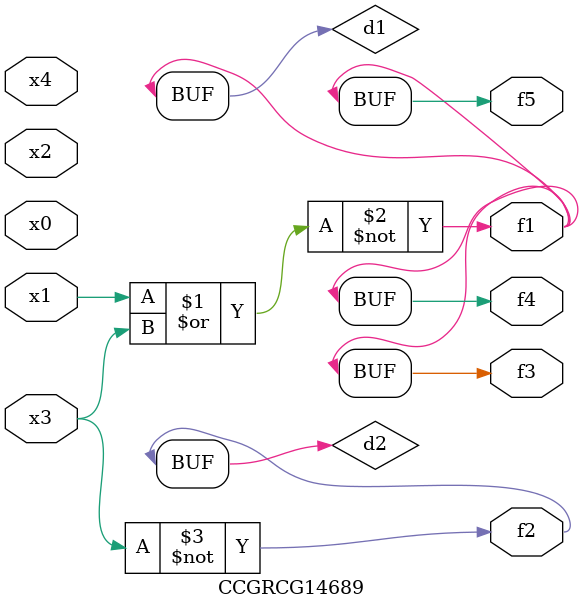
<source format=v>
module CCGRCG14689(
	input x0, x1, x2, x3, x4,
	output f1, f2, f3, f4, f5
);

	wire d1, d2;

	nor (d1, x1, x3);
	not (d2, x3);
	assign f1 = d1;
	assign f2 = d2;
	assign f3 = d1;
	assign f4 = d1;
	assign f5 = d1;
endmodule

</source>
